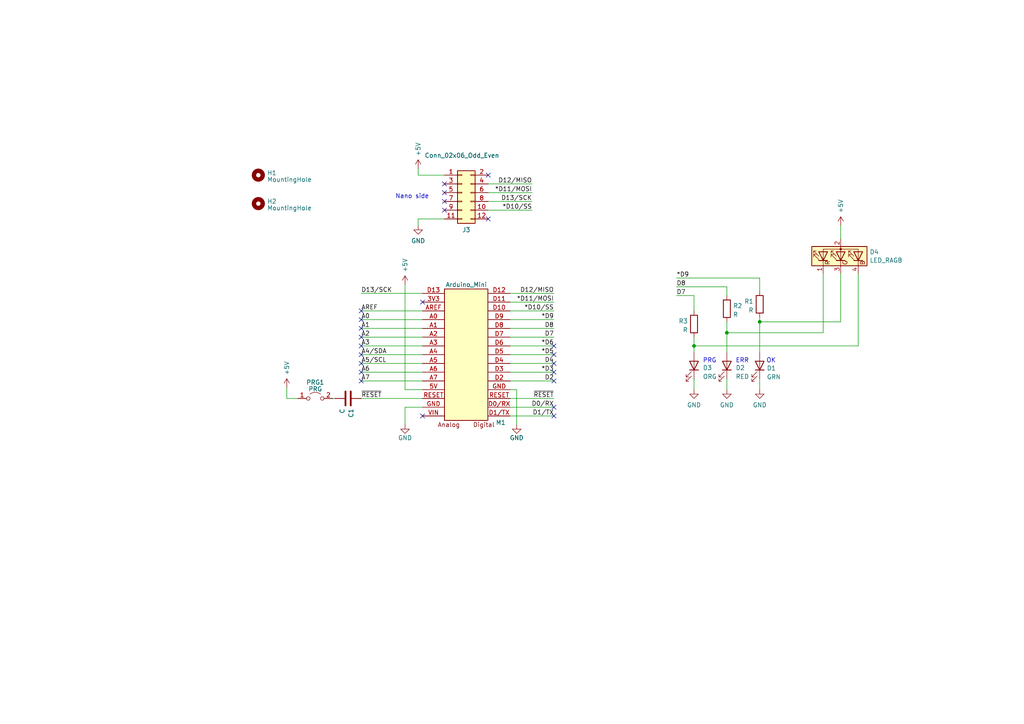
<source format=kicad_sch>
(kicad_sch (version 20230121) (generator eeschema)
  (paper "A4")
  (title_block (date "2023-05-11") (rev "v1.3a"))
  (lib_symbols
    (symbol "Connector_Generic:Conn_02x06_Odd_Even" (pin_names (offset 1.016) hide)
      (property "Reference" "J" (at 1.27 7.62 0))
      (property "Value" "Conn_02x06_Odd_Even" (at 1.27 -10.16 0))
      (symbol "Conn_02x06_Odd_Even_1_1"
        (rectangle (start -1.27 -7.493) (end 0 -7.747) (stroke (width 0.1524)))
        (rectangle (start -1.27 -4.953) (end 0 -5.207) (stroke (width 0.1524)))
        (rectangle (start -1.27 -2.413) (end 0 -2.667) (stroke (width 0.1524)))
        (rectangle (start -1.27 0.127) (end 0 -0.127) (stroke (width 0.1524)))
        (rectangle (start -1.27 2.667) (end 0 2.413) (stroke (width 0.1524)))
        (rectangle (start -1.27 5.207) (end 0 4.953) (stroke (width 0.1524)))
        (rectangle (start -1.27 6.35) (end 3.81 -8.89) (stroke (width 0.254)) (fill (type background)))
        (rectangle (start 3.81 -7.493) (end 2.54 -7.747) (stroke (width 0.1524)))
        (rectangle (start 3.81 -4.953) (end 2.54 -5.207) (stroke (width 0.1524)))
        (rectangle (start 3.81 -2.413) (end 2.54 -2.667) (stroke (width 0.1524)))
        (rectangle (start 3.81 0.127) (end 2.54 -0.127) (stroke (width 0.1524)))
        (rectangle (start 3.81 2.667) (end 2.54 2.413) (stroke (width 0.1524)))
        (rectangle (start 3.81 5.207) (end 2.54 4.953) (stroke (width 0.1524)))
        (pin passive line (at -5.08 5.08 0) (length 3.81) (name "Pin_1") (number "1"))
        (pin passive line (at 7.62 -5.08 180) (length 3.81) (name "Pin_10") (number "10"))
        (pin passive line (at -5.08 -7.62 0) (length 3.81) (name "Pin_11") (number "11"))
        (pin passive line (at 7.62 -7.62 180) (length 3.81) (name "Pin_12") (number "12"))
        (pin passive line (at 7.62 5.08 180) (length 3.81) (name "Pin_2") (number "2"))
        (pin passive line (at -5.08 2.54 0) (length 3.81) (name "Pin_3") (number "3"))
        (pin passive line (at 7.62 2.54 180) (length 3.81) (name "Pin_4") (number "4"))
        (pin passive line (at -5.08 0 0) (length 3.81) (name "Pin_5") (number "5"))
        (pin passive line (at 7.62 0 180) (length 3.81) (name "Pin_6") (number "6"))
        (pin passive line (at -5.08 -2.54 0) (length 3.81) (name "Pin_7") (number "7"))
        (pin passive line (at 7.62 -2.54 180) (length 3.81) (name "Pin_8") (number "8"))
        (pin passive line (at -5.08 -5.08 0) (length 3.81) (name "Pin_9") (number "9"))
      )
    )
    (symbol "Device:C" (pin_numbers hide) (pin_names (offset 0.254))
      (property "Reference" "C" (at 0.635 2.54 0))
      (property "Value" "C" (at 0.635 -2.54 0))
      (symbol "C_0_1"
        (polyline (pts (xy -2.032 -0.762) (xy 2.032 -0.762)) (stroke (width 0.508)))
        (polyline (pts (xy -2.032 0.762) (xy 2.032 0.762)) (stroke (width 0.508)))
      )
      (symbol "C_1_1"
        (pin passive line (at 0 3.81 270) (length 2.794) (name "~") (number "1"))
        (pin passive line (at 0 -3.81 90) (length 2.794) (name "~") (number "2"))
      )
    )
    (symbol "Device:LED" (pin_numbers hide) (pin_names (offset 1.016) hide)
      (property "Reference" "D" (at 0 2.54 0))
      (property "Value" "LED" (at 0 -2.54 0))
      (symbol "LED_0_1"
        (polyline (pts (xy -1.27 -1.27) (xy -1.27 1.27)) (stroke (width 0.254)))
        (polyline (pts (xy -1.27 0) (xy 1.27 0)))
        (polyline (pts (xy 1.27 -1.27) (xy 1.27 1.27) (xy -1.27 0) (xy 1.27 -1.27)) (stroke (width 0.254)))
        (polyline (pts (xy -3.048 -0.762) (xy -4.572 -2.286) (xy -3.81 -2.286) (xy -4.572 -2.286) (xy -4.572 -1.524)))
        (polyline (pts (xy -1.778 -0.762) (xy -3.302 -2.286) (xy -2.54 -2.286) (xy -3.302 -2.286) (xy -3.302 -1.524)))
      )
      (symbol "LED_1_1"
        (pin passive line (at -3.81 0 0) (length 2.54) (name "K") (number "1"))
        (pin passive line (at 3.81 0 180) (length 2.54) (name "A") (number "2"))
      )
    )
    (symbol "Device:LED_RAGB" (pin_names (offset 0) hide)
      (property "Reference" "D" (at 0 9.398 0))
      (property "Value" "LED_RAGB" (at 0 -8.89 0))
      (symbol "LED_RAGB_0_0"
        (text "B" (at -1.905 -6.35 0) (effects (font (size 1.27 1.27))))
        (text "G" (at -1.905 -1.27 0) (effects (font (size 1.27 1.27))))
        (text "R" (at -1.905 3.81 0) (effects (font (size 1.27 1.27))))
      )
      (symbol "LED_RAGB_0_1"
        (polyline (pts (xy -1.27 -5.08) (xy -2.54 -5.08)))
        (polyline (pts (xy -1.27 -5.08) (xy 1.27 -5.08)))
        (polyline (pts (xy -1.27 -3.81) (xy -1.27 -6.35)) (stroke (width 0.254)))
        (polyline (pts (xy -1.27 0) (xy -2.54 0)))
        (polyline (pts (xy -1.27 1.27) (xy -1.27 -1.27)) (stroke (width 0.254)))
        (polyline (pts (xy -1.27 5.08) (xy -2.54 5.08)))
        (polyline (pts (xy -1.27 5.08) (xy 1.27 5.08)))
        (polyline (pts (xy -1.27 6.35) (xy -1.27 3.81)) (stroke (width 0.254)))
        (polyline (pts (xy 1.27 0) (xy -1.27 0)))
        (polyline (pts (xy 1.27 0) (xy 2.54 0)))
        (polyline (pts (xy -1.27 1.27) (xy -1.27 -1.27) (xy -1.27 -1.27)))
        (polyline (pts (xy -1.27 6.35) (xy -1.27 3.81) (xy -1.27 3.81)))
        (polyline (pts (xy 1.27 -5.08) (xy 2.032 -5.08) (xy 2.032 5.08) (xy 1.27 5.08)))
        (polyline (pts (xy 1.27 -3.81) (xy 1.27 -6.35) (xy -1.27 -5.08) (xy 1.27 -3.81)) (stroke (width 0.254)))
        (polyline (pts (xy 1.27 1.27) (xy 1.27 -1.27) (xy -1.27 0) (xy 1.27 1.27)) (stroke (width 0.254)))
        (polyline (pts (xy 1.27 6.35) (xy 1.27 3.81) (xy -1.27 5.08) (xy 1.27 6.35)) (stroke (width 0.254)))
        (polyline (pts (xy -1.016 -3.81) (xy 0.508 -2.286) (xy -0.254 -2.286) (xy 0.508 -2.286) (xy 0.508 -3.048)))
        (polyline (pts (xy -1.016 1.27) (xy 0.508 2.794) (xy -0.254 2.794) (xy 0.508 2.794) (xy 0.508 2.032)))
        (polyline (pts (xy -1.016 6.35) (xy 0.508 7.874) (xy -0.254 7.874) (xy 0.508 7.874) (xy 0.508 7.112)))
        (polyline (pts (xy 0 -3.81) (xy 1.524 -2.286) (xy 0.762 -2.286) (xy 1.524 -2.286) (xy 1.524 -3.048)))
        (polyline (pts (xy 0 1.27) (xy 1.524 2.794) (xy 0.762 2.794) (xy 1.524 2.794) (xy 1.524 2.032)))
        (polyline (pts (xy 0 6.35) (xy 1.524 7.874) (xy 0.762 7.874) (xy 1.524 7.874) (xy 1.524 7.112)))
        (rectangle (start 1.27 -1.27) (end 1.27 1.27))
        (rectangle (start 1.27 1.27) (end 1.27 1.27))
        (rectangle (start 1.27 3.81) (end 1.27 6.35))
        (rectangle (start 1.27 6.35) (end 1.27 6.35))
        (circle (center 2.032 0) (radius 0.254) (fill (type outline)))
        (rectangle (start 2.794 8.382) (end -2.794 -7.62) (stroke (width 0.254)) (fill (type background)))
      )
      (symbol "LED_RAGB_1_1"
        (pin passive line (at -5.08 5.08 0) (length 2.54) (name "RK") (number "1"))
        (pin passive line (at 5.08 0 180) (length 2.54) (name "A") (number "2"))
        (pin passive line (at -5.08 0 0) (length 2.54) (name "GK") (number "3"))
        (pin passive line (at -5.08 -5.08 0) (length 2.54) (name "BK") (number "4"))
      )
    )
    (symbol "Device:R" (pin_numbers hide) (pin_names (offset 0))
      (property "Reference" "R" (at 2.032 0 90))
      (property "Value" "R" (at 0 0 90))
      (symbol "R_0_1"
        (rectangle (start -1.016 -2.54) (end 1.016 2.54) (stroke (width 0.254)))
      )
      (symbol "R_1_1"
        (pin passive line (at 0 3.81 270) (length 1.27) (name "~") (number "1"))
        (pin passive line (at 0 -3.81 90) (length 1.27) (name "~") (number "2"))
      )
    )
    (symbol "Jumper:Jumper_2_Open" (pin_names (offset 0) hide)
      (property "Reference" "JP" (at 0 2.794 0))
      (property "Value" "Jumper_2_Open" (at 0 -2.286 0))
      (symbol "Jumper_2_Open_0_0"
        (circle (center -2.032 0) (radius 0.508))
        (circle (center 2.032 0) (radius 0.508))
      )
      (symbol "Jumper_2_Open_0_1"
        (arc (start 1.524 1.27) (mid 0 1.778) (end -1.524 1.27))
      )
      (symbol "Jumper_2_Open_1_1"
        (pin passive line (at -5.08 0 0) (length 2.54) (name "A") (number "1"))
        (pin passive line (at 5.08 0 180) (length 2.54) (name "B") (number "2"))
      )
    )
    (symbol "Mechanical:MountingHole" (pin_names (offset 1.016))
      (property "Reference" "H" (at 0 5.08 0))
      (property "Value" "MountingHole" (at 0 3.175 0))
      (symbol "MountingHole_0_1"
        (circle (center 0 0) (radius 1.27) (stroke (width 1.27)))
      )
    )
    (symbol "aalib:Arduino_Mini" (pin_names (offset 1.016) hide)
      (property "Reference" "M" (at 0 -20.32 0))
      (property "Value" "Arduino_Mini" (at 0 20.32 0))
      (symbol "Arduino_Mini_0_0"
        (text "Analog" (at -5.08 -20.32 0) (effects (font (size 1.27 1.27))))
        (text "Digital" (at 5.08 -20.32 0) (effects (font (size 1.27 1.27))))
      )
      (symbol "Arduino_Mini_1_1"
        (rectangle (start -6.35 19.05) (end 6.25 -19.05) (stroke (width 0.254)) (fill (type background)))
        (pin passive line (at -12.7 15.24 0) (length 6.35) (name "3V3") (number "3V3"))
        (pin passive line (at -12.7 -10.16 0) (length 6.35) (name "5V") (number "5V"))
        (pin passive line (at -12.7 10.16 0) (length 6.35) (name "A0") (number "A0"))
        (pin passive line (at -12.7 7.62 0) (length 6.35) (name "A1") (number "A1"))
        (pin passive line (at -12.7 5.08 0) (length 6.35) (name "A2") (number "A2"))
        (pin passive line (at -12.7 2.54 0) (length 6.35) (name "A3") (number "A3"))
        (pin passive line (at -12.7 0 0) (length 6.35) (name "A4") (number "A4"))
        (pin passive line (at -12.7 -2.54 0) (length 6.35) (name "A5") (number "A5"))
        (pin passive line (at -12.7 -5.08 0) (length 6.35) (name "A6") (number "A6"))
        (pin passive line (at -12.7 -7.62 0) (length 6.35) (name "A7") (number "A7"))
        (pin passive line (at -12.7 12.7 0) (length 6.35) (name "AREF") (number "AREF"))
        (pin passive line (at 12.7 -15.24 180) (length 6.35) (name "D0/RX") (number "D0/RX"))
        (pin passive line (at 12.7 -17.78 180) (length 6.35) (name "D1/TX") (number "D1/TX"))
        (pin passive line (at 12.7 12.7 180) (length 6.35) (name "D10") (number "D10"))
        (pin passive line (at 12.7 15.24 180) (length 6.35) (name "D11") (number "D11"))
        (pin passive line (at 12.7 17.78 180) (length 6.35) (name "D12") (number "D12"))
        (pin passive line (at -12.7 17.78 0) (length 6.35) (name "D13") (number "D13"))
        (pin passive line (at 12.7 -7.62 180) (length 6.35) (name "D2") (number "D2"))
        (pin passive line (at 12.7 -5.08 180) (length 6.35) (name "D3") (number "D3"))
        (pin passive line (at 12.7 -2.54 180) (length 6.35) (name "D4") (number "D4"))
        (pin passive line (at 12.7 0 180) (length 6.35) (name "D5") (number "D5"))
        (pin passive line (at 12.7 2.54 180) (length 6.35) (name "D6") (number "D6"))
        (pin passive line (at 12.7 5.08 180) (length 6.35) (name "D7") (number "D7"))
        (pin passive line (at 12.7 7.62 180) (length 6.35) (name "D8") (number "D8"))
        (pin passive line (at 12.7 10.16 180) (length 6.35) (name "D9") (number "D9"))
        (pin passive line (at -12.7 -15.24 0) (length 6.35) (name "GND") (number "GND"))
        (pin power_out line (at 12.7 -10.16 180) (length 6.35) (name "GND") (number "GND"))
        (pin passive line (at -12.7 -12.7 0) (length 6.35) (name "RESET") (number "RESET"))
        (pin passive line (at 12.7 -12.7 180) (length 6.35) (name "RESET") (number "RESET"))
        (pin passive line (at -12.7 -17.78 0) (length 6.35) (name "VIN") (number "VIN"))
      )
    )
    (symbol "power:+5V" (power) (pin_names (offset 0))
      (property "Value" "+5V" (at 0 3.556 0))
      (symbol "+5V_0_1"
        (polyline (pts (xy -0.762 1.27) (xy 0 2.54)))
        (polyline (pts (xy 0 0) (xy 0 2.54)))
        (polyline (pts (xy 0 2.54) (xy 0.762 1.27)))
      )
      (symbol "+5V_1_1"
        (pin power_in line (at 0 0 90) (length 0) hide (name "+5V") (number "1"))
      )
    )
    (symbol "power:GND" (power) (pin_names (offset 0))
      (property "Value" "GND" (at 0 -3.81 0))
      (symbol "GND_0_1"
        (polyline (pts (xy 0 0) (xy 0 -1.27) (xy 1.27 -1.27) (xy 0 -2.54) (xy -1.27 -1.27) (xy 0 -1.27)))
      )
      (symbol "GND_1_1"
        (pin power_in line (at 0 0 270) (length 0) hide (name "GND") (number "1"))
      )
    )
  )
  (junction (at 201.295 100.33))
  (junction (at 210.82 96.52))
  (junction (at 220.345 93.345))
  (no_connect (at 122.555 87.63))
  (no_connect (at 160.655 105.41))
  (no_connect (at 128.905 55.88))
  (no_connect (at 141.605 50.8))
  (no_connect (at 122.555 120.65))
  (no_connect (at 128.905 58.42))
  (no_connect (at 160.655 120.65))
  (no_connect (at 160.655 118.11))
  (no_connect (at 104.775 105.41))
  (no_connect (at 104.775 110.49))
  (no_connect (at 104.775 107.95))
  (no_connect (at 104.775 92.71))
  (no_connect (at 141.605 63.5))
  (no_connect (at 160.655 102.87))
  (no_connect (at 160.655 100.33))
  (no_connect (at 104.775 90.17))
  (no_connect (at 128.905 53.34))
  (no_connect (at 104.775 95.25))
  (no_connect (at 160.655 110.49))
  (no_connect (at 128.905 60.96))
  (no_connect (at 104.775 100.33))
  (no_connect (at 104.775 97.79))
  (no_connect (at 104.775 102.87))
  (no_connect (at 160.655 107.95))
  (wire (pts (xy 96.52 115.57) (xy 97.155 115.57)))
  (wire (pts (xy 104.775 105.41) (xy 122.555 105.41)))
  (wire (pts (xy 104.775 85.09) (xy 122.555 85.09)))
  (wire (pts (xy 147.955 105.41) (xy 160.655 105.41)))
  (wire (pts (xy 83.185 115.57) (xy 86.36 115.57)))
  (wire (pts (xy 117.475 82.55) (xy 117.475 113.03)))
  (wire (pts (xy 104.775 107.95) (xy 122.555 107.95)))
  (wire (pts (xy 147.955 87.63) (xy 160.655 87.63)))
  (wire (pts (xy 154.305 53.34) (xy 141.605 53.34)))
  (wire (pts (xy 147.955 97.79) (xy 160.655 97.79)))
  (wire (pts (xy 104.775 90.17) (xy 122.555 90.17)))
  (wire (pts (xy 128.905 63.5) (xy 121.285 63.5)))
  (wire (pts (xy 121.285 63.5) (xy 121.285 65.405)))
  (wire (pts (xy 154.305 58.42) (xy 141.605 58.42)))
  (wire (pts (xy 104.775 102.87) (xy 122.555 102.87)))
  (wire (pts (xy 104.775 115.57) (xy 122.555 115.57)))
  (wire (pts (xy 147.955 85.09) (xy 160.655 85.09)))
  (wire (pts (xy 248.92 100.33) (xy 248.92 79.375)))
  (wire (pts (xy 196.215 80.645) (xy 220.345 80.645)))
  (wire (pts (xy 154.305 60.96) (xy 141.605 60.96)))
  (wire (pts (xy 201.295 97.79) (xy 201.295 100.33)))
  (wire (pts (xy 210.82 93.345) (xy 210.82 96.52)))
  (wire (pts (xy 201.295 109.855) (xy 201.295 113.03)))
  (wire (pts (xy 243.84 65.405) (xy 243.84 69.215)))
  (wire (pts (xy 104.775 95.25) (xy 122.555 95.25)))
  (wire (pts (xy 147.955 92.71) (xy 160.655 92.71)))
  (wire (pts (xy 117.475 113.03) (xy 122.555 113.03)))
  (wire (pts (xy 201.295 100.33) (xy 248.92 100.33)))
  (wire (pts (xy 104.775 110.49) (xy 122.555 110.49)))
  (wire (pts (xy 220.345 109.855) (xy 220.345 113.03)))
  (wire (pts (xy 117.475 118.11) (xy 122.555 118.11)))
  (wire (pts (xy 147.955 95.25) (xy 160.655 95.25)))
  (wire (pts (xy 210.82 109.855) (xy 210.82 113.03)))
  (wire (pts (xy 121.285 48.895) (xy 121.285 50.8)))
  (wire (pts (xy 104.775 97.79) (xy 122.555 97.79)))
  (wire (pts (xy 147.955 115.57) (xy 160.655 115.57)))
  (wire (pts (xy 147.955 120.65) (xy 160.655 120.65)))
  (wire (pts (xy 201.295 100.33) (xy 201.295 102.235)))
  (wire (pts (xy 210.82 96.52) (xy 210.82 102.235)))
  (wire (pts (xy 104.775 100.33) (xy 122.555 100.33)))
  (wire (pts (xy 147.955 110.49) (xy 160.655 110.49)))
  (wire (pts (xy 147.955 113.03) (xy 149.86 113.03)))
  (wire (pts (xy 147.955 102.87) (xy 160.655 102.87)))
  (wire (pts (xy 149.86 123.19) (xy 149.86 113.03)))
  (wire (pts (xy 147.955 107.95) (xy 160.655 107.95)))
  (wire (pts (xy 104.775 92.71) (xy 122.555 92.71)))
  (wire (pts (xy 196.215 83.185) (xy 210.82 83.185)))
  (wire (pts (xy 201.295 90.17) (xy 201.295 85.725)))
  (wire (pts (xy 147.955 118.11) (xy 160.655 118.11)))
  (wire (pts (xy 196.215 85.725) (xy 201.295 85.725)))
  (wire (pts (xy 210.82 85.725) (xy 210.82 83.185)))
  (wire (pts (xy 128.905 50.8) (xy 121.285 50.8)))
  (wire (pts (xy 238.76 96.52) (xy 238.76 79.375)))
  (wire (pts (xy 220.345 93.345) (xy 220.345 102.235)))
  (wire (pts (xy 147.955 100.33) (xy 160.655 100.33)))
  (wire (pts (xy 220.345 92.075) (xy 220.345 93.345)))
  (wire (pts (xy 147.955 90.17) (xy 160.655 90.17)))
  (wire (pts (xy 243.84 93.345) (xy 243.84 79.375)))
  (wire (pts (xy 117.475 118.11) (xy 117.475 123.19)))
  (wire (pts (xy 220.345 93.345) (xy 243.84 93.345)))
  (wire (pts (xy 83.185 112.395) (xy 83.185 115.57)))
  (wire (pts (xy 210.82 96.52) (xy 238.76 96.52)))
  (wire (pts (xy 220.345 84.455) (xy 220.345 80.645)))
  (wire (pts (xy 154.305 55.88) (xy 141.605 55.88)))
  (text "Nano side" (at 124.46 57.785 0) (effects (font (size 1.27 1.27)) (justify right bottom)))
  (text "PRG" (at 203.835 105.41 0) (effects (font (size 1.27 1.27)) (justify left bottom)))
  (text "ERR" (at 213.36 105.41 0) (effects (font (size 1.27 1.27)) (justify left bottom)))
  (text "OK" (at 222.25 105.41 0) (effects (font (size 1.27 1.27)) (justify left bottom)))
  (label "D4" (at 160.655 105.41 180))
  (label "*D5" (at 160.655 102.87 180))
  (label "A2" (at 104.775 97.79 0))
  (label "D7" (at 160.655 97.79 180))
  (label "D13{slash}SCK" (at 104.775 85.09 0))
  (label "*D11{slash}MOSI" (at 154.305 55.88 180))
  (label "A7" (at 104.775 110.49 0))
  (label "*D6" (at 160.655 100.33 180))
  (label "*D10{slash}SS" (at 154.305 60.96 180))
  (label "D7" (at 196.215 85.725 0))
  (label "*D11{slash}MOSI" (at 160.655 87.63 180))
  (label "A1" (at 104.775 95.25 0))
  (label "A4{slash}SDA" (at 104.775 102.87 0))
  (label "A5{slash}SCL" (at 104.775 105.41 0))
  (label "*D9" (at 196.215 80.645 0))
  (label "A3" (at 104.775 100.33 0))
  (label "~{RESET}" (at 160.655 115.57 180))
  (label "~{RESET}" (at 104.775 115.57 0))
  (label "D8" (at 196.215 83.185 0))
  (label "A6" (at 104.775 107.95 0))
  (label "A0" (at 104.775 92.71 0))
  (label "*D9" (at 160.655 92.71 180))
  (label "*D3" (at 160.655 107.95 180))
  (label "D2" (at 160.655 110.49 180))
  (label "D8" (at 160.655 95.25 180))
  (label "D1{slash}TX" (at 160.655 120.65 180))
  (label "D0{slash}RX" (at 160.655 118.11 180))
  (label "D12{slash}MISO" (at 154.305 53.34 180))
  (label "AREF" (at 104.775 90.17 0))
  (label "*D10{slash}SS" (at 160.655 90.17 180))
  (label "D13{slash}SCK" (at 154.305 58.42 180))
  (label "D12{slash}MISO" (at 160.655 85.09 180))
  (symbol (lib_id "Connector_Generic:Conn_02x06_Odd_Even") (at 133.985 55.88 0) (unit 1)
    (property "Reference" "J3" (at 135.255 66.675 0))
    (property "Value" "Conn_02x06_Odd_Even" (at 133.985 45.085 0))
    (property "Footprint" "Connector_PinHeader_2.54mm:PinHeader_2x06_P2.54mm_Vertical" (effects hide))
  )
  (symbol (lib_id "Device:LED_RAGB") (at 243.84 74.295 90) (unit 1)
    (property "Reference" "D4" (at 252.222 73.0829 90) (effects (justify right)))
    (property "Value" "LED_RAGB" (at 252.222 75.5071 90) (effects (justify right)))
    (property "Footprint" "aalib:LED_D8.0mm-4_RGB" (effects hide))
  )
  (symbol (lib_id "power:+5V") (at 121.285 48.895 0) (unit 1)
    (property "Reference" "#PWR02" (effects hide))
    (property "Value" "+5V" (at 121.285 45.339 90) (effects (justify left)))
  )
  (symbol (lib_id "Mechanical:MountingHole") (at 74.93 50.8 0) (unit 1)
    (property "Reference" "H1" (at 77.47 50.1563 0) (effects (justify left)))
    (property "Value" "MountingHole" (at 77.47 52.0773 0) (effects (justify left)))
    (property "Footprint" "MountingHole:MountingHole_2.2mm_M2" (effects hide))
  )
  (symbol (lib_id "Device:R") (at 201.295 93.98 0) (mirror y) (unit 1)
    (property "Reference" "R3" (at 199.517 93.1453 0) (effects (justify left)))
    (property "Value" "R" (at 199.517 95.6822 0) (effects (justify left)))
    (property "Footprint" "Resistor_SMD:R_0805_2012Metric_Pad1.20x1.40mm_HandSolder" (effects hide))
  )
  (symbol (lib_id "power:GND") (at 210.82 113.03 0) (mirror y) (unit 1)
    (property "Reference" "#PWR05" (effects hide))
    (property "Value" "GND" (at 210.82 117.4734 0))
  )
  (symbol (lib_id "aalib:Arduino_Mini") (at 135.255 102.87 0) (unit 1)
    (property "Reference" "M1" (at 146.685 122.555 0) (effects (justify right)))
    (property "Value" "Arduino_Mini" (at 135.255 82.55 0))
    (property "Footprint" "aalib:Arduino Mini" (effects hide))
  )
  (symbol (lib_id "Device:R") (at 210.82 89.535 0) (unit 1)
    (property "Reference" "R2" (at 212.598 88.7003 0) (effects (justify left)))
    (property "Value" "R" (at 212.598 91.2372 0) (effects (justify left)))
    (property "Footprint" "Resistor_SMD:R_0805_2012Metric_Pad1.20x1.40mm_HandSolder" (effects hide))
  )
  (symbol (lib_id "power:+5V") (at 117.475 82.55 0) (unit 1)
    (property "Reference" "#PWR0103" (effects hide))
    (property "Value" "+5V" (at 117.475 78.994 90) (effects (justify left)))
  )
  (symbol (lib_id "Device:LED") (at 220.345 106.045 270) (mirror x) (unit 1)
    (property "Reference" "D1" (at 222.377 106.7978 90) (effects (justify left)))
    (property "Value" "GRN" (at 222.377 109.3347 90) (effects (justify left)))
    (property "Footprint" "LED_SMD:LED_0805_2012Metric_Pad1.15x1.40mm_HandSolder" (effects hide))
  )
  (symbol (lib_id "power:GND") (at 121.285 65.405 0) (mirror y) (unit 1)
    (property "Reference" "#PWR03" (effects hide))
    (property "Value" "GND" (at 121.285 69.8484 0))
  )
  (symbol (lib_id "Jumper:Jumper_2_Open") (at 91.44 115.57 0) (unit 1)
    (property "Reference" "PRG1" (at 91.44 110.9091 0))
    (property "Value" "PRG" (at 91.44 112.8301 0))
    (property "Footprint" "Jumper:SolderJumper-2_P1.3mm_Open_Pad1.0x1.5mm" (effects hide))
  )
  (symbol (lib_id "power:GND") (at 149.86 123.19 0) (unit 1)
    (property "Reference" "#PWR0105" (effects hide))
    (property "Value" "GND" (at 149.86 127 0))
  )
  (symbol (lib_id "power:+5V") (at 243.84 65.405 0) (unit 1)
    (property "Reference" "#PWR07" (effects hide))
    (property "Value" "+5V" (at 243.84 61.849 90) (effects (justify left)))
  )
  (symbol (lib_id "Device:R") (at 220.345 88.265 0) (mirror y) (unit 1)
    (property "Reference" "R1" (at 218.567 87.4303 0) (effects (justify left)))
    (property "Value" "R" (at 218.567 89.9672 0) (effects (justify left)))
    (property "Footprint" "Resistor_SMD:R_0805_2012Metric_Pad1.20x1.40mm_HandSolder" (effects hide))
  )
  (symbol (lib_id "Device:C") (at 100.965 115.57 270) (unit 1)
    (property "Reference" "C1" (at 101.7997 118.491 0) (effects (justify left)))
    (property "Value" "C" (at 99.2628 118.491 0) (effects (justify left)))
    (property "Footprint" "Capacitor_SMD:C_0805_2012Metric_Pad1.18x1.45mm_HandSolder" (effects hide))
  )
  (symbol (lib_id "power:GND") (at 201.295 113.03 0) (mirror y) (unit 1)
    (property "Reference" "#PWR04" (effects hide))
    (property "Value" "GND" (at 201.295 117.4734 0))
  )
  (symbol (lib_id "power:GND") (at 117.475 123.19 0) (unit 1)
    (property "Reference" "#PWR0104" (effects hide))
    (property "Value" "GND" (at 117.475 127 0))
  )
  (symbol (lib_id "power:GND") (at 220.345 113.03 0) (mirror y) (unit 1)
    (property "Reference" "#PWR06" (effects hide))
    (property "Value" "GND" (at 220.345 117.4734 0))
  )
  (symbol (lib_id "power:+5V") (at 83.185 112.395 0) (unit 1)
    (property "Reference" "#PWR01" (effects hide))
    (property "Value" "+5V" (at 83.185 108.839 90) (effects (justify left)))
  )
  (symbol (lib_id "Device:LED") (at 210.82 106.045 270) (mirror x) (unit 1)
    (property "Reference" "D2" (at 213.36 106.68 90) (effects (justify left)))
    (property "Value" "RED" (at 213.36 109.22 90) (effects (justify left)))
    (property "Footprint" "LED_SMD:LED_0805_2012Metric_Pad1.15x1.40mm_HandSolder" (effects hide))
  )
  (symbol (lib_id "Device:LED") (at 201.295 106.045 270) (mirror x) (unit 1)
    (property "Reference" "D3" (at 203.835 106.68 90) (effects (justify left)))
    (property "Value" "ORG" (at 203.835 109.22 90) (effects (justify left)))
    (property "Footprint" "LED_SMD:LED_0805_2012Metric_Pad1.15x1.40mm_HandSolder" (effects hide))
  )
  (symbol (lib_id "Mechanical:MountingHole") (at 74.93 59.055 0) (unit 1)
    (property "Reference" "H2" (at 77.47 58.4113 0) (effects (justify left)))
    (property "Value" "MountingHole" (at 77.47 60.3323 0) (effects (justify left)))
    (property "Footprint" "MountingHole:MountingHole_2.2mm_M2" (effects hide))
  )
)
</source>
